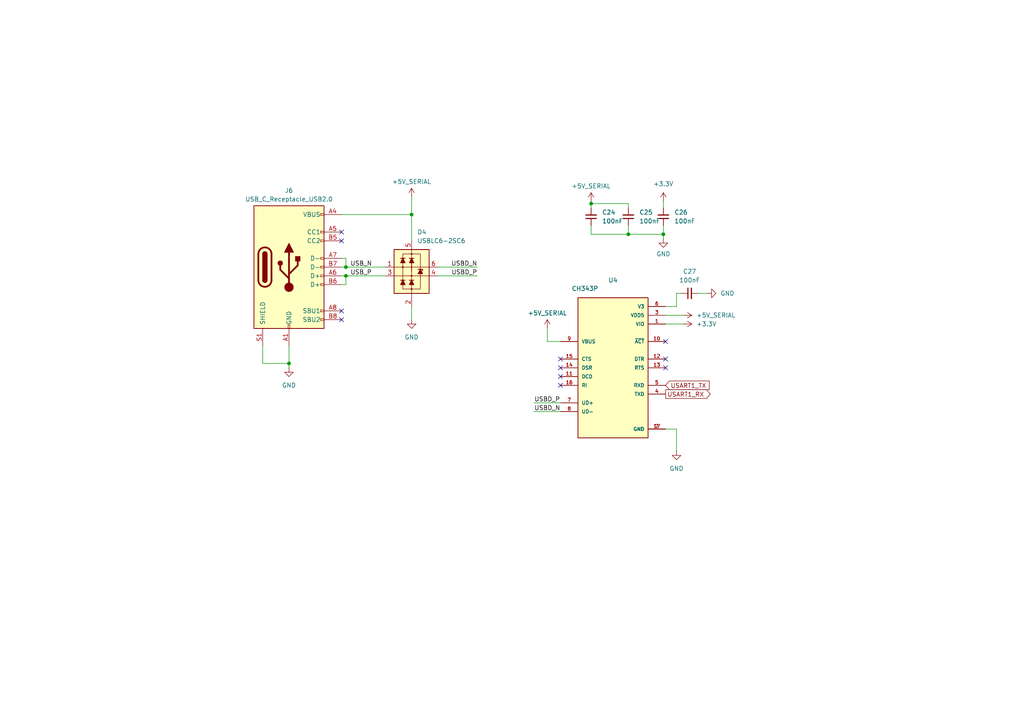
<source format=kicad_sch>
(kicad_sch (version 20250114) (generator "eeschema") (generator_version "9.0")
  (paper "A4")
  (lib_symbols
    (symbol "CH343P:CH343P" (pin_names (offset 1.016))
      (property "Reference" "U" (at -10.16 21.082 0))
      (property "Value" "CH343P" (at -10.16 -22.86 0))
      (symbol "CH343P_0_0"
        (rectangle (start -10.16 -20.32) (end 10.16 20.32) (stroke (width 0.254)) (fill (type background)))
        (pin input line (at -15.24 7.62 0) (length 5.08) (name "VBUS") (number "9"))
        (pin input line (at -15.24 2.54 0) (length 5.08) (name "CTS") (number "15"))
        (pin input line (at -15.24 0 0) (length 5.08) (name "DSR") (number "14"))
        (pin input line (at -15.24 -2.54 0) (length 5.08) (name "DCD") (number "11"))
        (pin input line (at -15.24 -5.08 0) (length 5.08) (name "RI") (number "16"))
        (pin bidirectional line (at -15.24 -10.16 0) (length 5.08) (name "UD+") (number "7"))
        (pin bidirectional line (at -15.24 -12.7 0) (length 5.08) (name "UD-") (number "8"))
        (pin power_in line (at 15.24 17.78 180) (length 5.08) (name "V3") (number "6"))
        (pin power_in line (at 15.24 15.24 180) (length 5.08) (name "VDD5") (number "3"))
        (pin power_in line (at 15.24 12.7 180) (length 5.08) (name "VIO") (number "1"))
        (pin output line (at 15.24 7.62 180) (length 5.08) (name "~{ACT}") (number "10"))
        (pin output line (at 15.24 2.54 180) (length 5.08) (name "DTR") (number "12"))
        (pin output line (at 15.24 0 180) (length 5.08) (name "RTS") (number "13"))
        (pin input line (at 15.24 -5.08 180) (length 5.08) (name "RXD") (number "5"))
        (pin output line (at 15.24 -7.62 180) (length 5.08) (name "TXD") (number "4"))
        (pin power_in line (at 15.24 -17.78 180) (length 5.08) (name "GND") (number "17"))
        (pin power_in line (at 15.24 -17.78 180) (length 5.08) (name "GND") (number "2"))
      )
    )
    (symbol "Connector:USB_C_Receptacle_USB2.0" (pin_names (offset 1.016))
      (property "Reference" "J" (at -10.16 19.05 0))
      (property "Value" "USB_C_Receptacle_USB2.0" (at 19.05 19.05 0))
      (symbol "USB_C_Receptacle_USB2.0_0_0"
        (rectangle (start -0.254 -17.78) (end 0.254 -16.764))
        (rectangle (start 10.16 15.494) (end 9.144 14.986))
        (rectangle (start 10.16 10.414) (end 9.144 9.906))
        (rectangle (start 10.16 7.874) (end 9.144 7.366))
        (rectangle (start 10.16 2.794) (end 9.144 2.286))
        (rectangle (start 10.16 0.254) (end 9.144 -0.254))
        (rectangle (start 10.16 -2.286) (end 9.144 -2.794))
        (rectangle (start 10.16 -4.826) (end 9.144 -5.334))
        (rectangle (start 10.16 -12.446) (end 9.144 -12.954))
        (rectangle (start 10.16 -14.986) (end 9.144 -15.494))
      )
      (symbol "USB_C_Receptacle_USB2.0_0_1"
        (rectangle (start -10.16 17.78) (end 10.16 -17.78) (stroke (width 0.254)) (fill (type background)))
        (polyline (pts (xy -8.89 -3.81) (xy -8.89 3.81)) (stroke (width 0.508)))
        (rectangle (start -7.62 -3.81) (end -6.35 3.81) (stroke (width 0.254)) (fill (type outline)))
        (arc (start -7.62 3.81) (mid -6.985 4.4423) (end -6.35 3.81) (stroke (width 0.254)))
        (arc (start -7.62 3.81) (mid -6.985 4.4423) (end -6.35 3.81) (stroke (width 0.254)) (fill (type outline)))
        (arc (start -8.89 3.81) (mid -6.985 5.7067) (end -5.08 3.81) (stroke (width 0.508)))
        (arc (start -5.08 -3.81) (mid -6.985 -5.7067) (end -8.89 -3.81) (stroke (width 0.508)))
        (arc (start -6.35 -3.81) (mid -6.985 -4.4423) (end -7.62 -3.81) (stroke (width 0.254)))
        (arc (start -6.35 -3.81) (mid -6.985 -4.4423) (end -7.62 -3.81) (stroke (width 0.254)) (fill (type outline)))
        (polyline (pts (xy -5.08 3.81) (xy -5.08 -3.81)) (stroke (width 0.508)))
        (circle (center -2.54 1.143) (radius 0.635) (stroke (width 0.254)) (fill (type outline)))
        (polyline (pts (xy -1.27 4.318) (xy 0 6.858) (xy 1.27 4.318) (xy -1.27 4.318)) (stroke (width 0.254)) (fill (type outline)))
        (polyline (pts (xy 0 -2.032) (xy 2.54 0.508) (xy 2.54 1.778)) (stroke (width 0.508)))
        (polyline (pts (xy 0 -3.302) (xy -2.54 -0.762) (xy -2.54 0.508)) (stroke (width 0.508)))
        (polyline (pts (xy 0 -5.842) (xy 0 4.318)) (stroke (width 0.508)))
        (circle (center 0 -5.842) (radius 1.27) (fill (type outline)))
        (rectangle (start 1.905 1.778) (end 3.175 3.048) (stroke (width 0.254)) (fill (type outline)))
      )
      (symbol "USB_C_Receptacle_USB2.0_1_1"
        (pin passive line (at -7.62 -22.86 90) (length 5.08) (name "SHIELD") (number "S1"))
        (pin passive line (at 0 -22.86 90) (length 5.08) (name "GND") (number "A1"))
        (pin passive line (at 0 -22.86 90) (length 5.08) (hide yes) (name "GND") (number "A12"))
        (pin passive line (at 0 -22.86 90) (length 5.08) (hide yes) (name "GND") (number "B1"))
        (pin passive line (at 0 -22.86 90) (length 5.08) (hide yes) (name "GND") (number "B12"))
        (pin passive line (at 15.24 15.24 180) (length 5.08) (name "VBUS") (number "A4"))
        (pin passive line (at 15.24 15.24 180) (length 5.08) (hide yes) (name "VBUS") (number "A9"))
        (pin passive line (at 15.24 15.24 180) (length 5.08) (hide yes) (name "VBUS") (number "B4"))
        (pin passive line (at 15.24 15.24 180) (length 5.08) (hide yes) (name "VBUS") (number "B9"))
        (pin bidirectional line (at 15.24 10.16 180) (length 5.08) (name "CC1") (number "A5"))
        (pin bidirectional line (at 15.24 7.62 180) (length 5.08) (name "CC2") (number "B5"))
        (pin bidirectional line (at 15.24 2.54 180) (length 5.08) (name "D-") (number "A7"))
        (pin bidirectional line (at 15.24 0 180) (length 5.08) (name "D-") (number "B7"))
        (pin bidirectional line (at 15.24 -2.54 180) (length 5.08) (name "D+") (number "A6"))
        (pin bidirectional line (at 15.24 -5.08 180) (length 5.08) (name "D+") (number "B6"))
        (pin bidirectional line (at 15.24 -12.7 180) (length 5.08) (name "SBU1") (number "A8"))
        (pin bidirectional line (at 15.24 -15.24 180) (length 5.08) (name "SBU2") (number "B8"))
      )
    )
    (symbol "Device:C_Small" (pin_numbers (hide yes)) (pin_names (offset 0.254) (hide yes))
      (property "Reference" "C" (at 0.254 1.778 0))
      (property "Value" "C_Small" (at 0.254 -2.032 0))
      (symbol "C_Small_0_1"
        (polyline (pts (xy -1.524 0.508) (xy 1.524 0.508)) (stroke (width 0.3048)))
        (polyline (pts (xy -1.524 -0.508) (xy 1.524 -0.508)) (stroke (width 0.3302)))
      )
      (symbol "C_Small_1_1"
        (pin passive line (at 0 2.54 270) (length 2.032) (name "~") (number "1"))
        (pin passive line (at 0 -2.54 90) (length 2.032) (name "~") (number "2"))
      )
    )
    (symbol "PCM_Diode_TVS_AKL:USBLC6-2SC6" (pin_names (offset 1.016) (hide yes))
      (property "Reference" "D" (at 6.35 6.35 0))
      (property "Value" "USBLC6-2SC6" (at 6.35 3.81 0))
      (symbol "USBLC6-2SC6_0_1"
        (rectangle (start -5.08 5.08) (end 5.08 -7.62) (stroke (width 0.254)) (fill (type background)))
        (polyline (pts (xy -5.08 0) (xy 5.08 0)))
        (polyline (pts (xy -5.08 -2.54) (xy 5.08 -2.54)))
        (polyline (pts (xy -2.54 2.54) (xy -1.905 1.27) (xy -3.175 1.27) (xy -2.54 2.54)) (stroke (width 0.254)) (fill (type outline)))
        (polyline (pts (xy -2.54 -3.81) (xy -1.905 -5.08) (xy -3.175 -5.08) (xy -2.54 -3.81)) (stroke (width 0.254)) (fill (type outline)))
        (polyline (pts (xy -2.54 -6.35) (xy -2.54 1.27)))
        (polyline (pts (xy -2.54 -6.35) (xy -2.54 -6.35) (xy 2.54 -6.35) (xy 2.54 -3.175)))
        (polyline (pts (xy -1.905 2.54) (xy -3.175 2.54)) (stroke (width 0.254)))
        (polyline (pts (xy -1.905 -3.81) (xy -3.175 -3.81)) (stroke (width 0.254)))
        (polyline (pts (xy 0 5.08) (xy 0 3.81)))
        (polyline (pts (xy 0 2.54) (xy 0 3.81)))
        (polyline (pts (xy 0 2.54) (xy 0.635 1.27) (xy -0.635 1.27) (xy 0 2.54)) (stroke (width 0.254)) (fill (type outline)))
        (polyline (pts (xy 0 1.27) (xy 0 -3.81)))
        (polyline (pts (xy 0 -1.27) (xy 0 1.27)))
        (polyline (pts (xy 0 -3.81) (xy 0.635 -5.08) (xy -0.635 -5.08) (xy 0 -3.81)) (stroke (width 0.254)) (fill (type outline)))
        (polyline (pts (xy 0 -7.62) (xy 0 -6.35)))
        (polyline (pts (xy 0 -8.89) (xy 0 -7.62)))
        (polyline (pts (xy 0.635 2.54) (xy -0.635 2.54)) (stroke (width 0.254)))
        (polyline (pts (xy 0.635 -3.81) (xy -0.635 -3.81)) (stroke (width 0.254)))
        (polyline (pts (xy 2.54 -0.635) (xy 2.54 3.81) (xy -2.54 3.81) (xy -2.54 2.54)))
        (polyline (pts (xy 2.54 -0.635) (xy 3.175 -1.905) (xy 1.905 -1.905) (xy 2.54 -0.635)) (stroke (width 0.254)) (fill (type outline)))
        (polyline (pts (xy 3.175 -0.635) (xy 1.905 -0.635)) (stroke (width 0.254)))
      )
      (symbol "USBLC6-2SC6_1_1"
        (circle (center -2.54 0) (radius 0.1778) (fill (type outline)))
        (circle (center 0 3.81) (radius 0.1778) (fill (type outline)))
        (polyline (pts (xy 0 0) (xy 0 2.54)))
        (circle (center 0 -2.54) (radius 0.1778) (fill (type outline)))
        (polyline (pts (xy 0 -6.35) (xy 0 -3.81)))
        (circle (center 0 -6.35) (radius 0.1778) (fill (type outline)))
        (polyline (pts (xy 2.54 -3.175) (xy 2.54 -0.635)))
        (polyline (pts (xy 3.175 -0.635) (xy 3.175 -1.016)) (stroke (width 0.254)))
        (pin passive line (at -7.62 0 0) (length 2.54) (name "L1") (number "1"))
        (pin passive line (at -7.62 -2.54 0) (length 2.54) (name "L2") (number "3"))
        (pin passive line (at 0 7.62 270) (length 2.54) (name "VP") (number "5"))
        (pin passive line (at 0 -11.43 90) (length 2.54) (name "VN") (number "2"))
        (pin passive line (at 7.62 0 180) (length 2.54) (name "L1") (number "6"))
        (pin passive line (at 7.62 -2.54 180) (length 2.54) (name "L2") (number "4"))
      )
    )
    (symbol "power:+3.3V" (power) (pin_names (offset 0))
      (property "Value" "+3.3V" (at 0 3.556 0))
      (symbol "+3.3V_0_1"
        (polyline (pts (xy -0.762 1.27) (xy 0 2.54)))
        (polyline (pts (xy 0 2.54) (xy 0.762 1.27)))
        (polyline (pts (xy 0 0) (xy 0 2.54)))
      )
      (symbol "+3.3V_1_1"
        (pin power_in line (at 0 0 90) (length 0) (hide yes) (name "+3.3V") (number "1"))
      )
    )
    (symbol "power:+5V" (power) (pin_names (offset 0))
      (property "Value" "+5V" (at 0 3.556 0))
      (symbol "+5V_0_1"
        (polyline (pts (xy -0.762 1.27) (xy 0 2.54)))
        (polyline (pts (xy 0 2.54) (xy 0.762 1.27)))
        (polyline (pts (xy 0 0) (xy 0 2.54)))
      )
      (symbol "+5V_1_1"
        (pin power_in line (at 0 0 90) (length 0) (hide yes) (name "+5V") (number "1"))
      )
    )
    (symbol "power:GND" (power) (pin_names (offset 0))
      (property "Value" "GND" (at 0 -3.81 0))
      (symbol "GND_0_1"
        (polyline (pts (xy 0 0) (xy 0 -1.27) (xy 1.27 -1.27) (xy 0 -2.54) (xy -1.27 -1.27) (xy 0 -1.27)))
      )
      (symbol "GND_1_1"
        (pin power_in line (at 0 0 270) (length 0) (hide yes) (name "GND") (number "1"))
      )
    )
  )
  (junction (at 119.38 62.23))
  (junction (at 100.33 77.47))
  (junction (at 192.405 67.945))
  (junction (at 100.33 80.01))
  (junction (at 182.245 67.945))
  (junction (at 83.82 105.41))
  (junction (at 171.45 59.055))
  (no_connect (at 162.56 109.22))
  (no_connect (at 99.06 92.71))
  (no_connect (at 193.04 104.14))
  (no_connect (at 99.06 69.85))
  (no_connect (at 99.06 67.31))
  (no_connect (at 162.56 111.76))
  (no_connect (at 162.56 106.68))
  (no_connect (at 193.04 99.06))
  (no_connect (at 162.56 104.14))
  (no_connect (at 99.06 90.17))
  (no_connect (at 193.04 106.68))
  (wire (pts (xy 154.94 119.38) (xy 162.56 119.38)))
  (wire (pts (xy 138.43 80.01) (xy 127 80.01)))
  (wire (pts (xy 119.38 92.71) (xy 119.38 88.9)))
  (wire (pts (xy 76.2 105.41) (xy 76.2 100.33)))
  (wire (pts (xy 171.45 67.945) (xy 182.245 67.945)))
  (wire (pts (xy 197.485 85.09) (xy 196.215 85.09)))
  (wire (pts (xy 192.405 67.945) (xy 192.405 69.215)))
  (wire (pts (xy 99.06 80.01) (xy 100.33 80.01)))
  (wire (pts (xy 119.38 62.23) (xy 119.38 69.85)))
  (wire (pts (xy 196.215 130.81) (xy 196.215 124.46)))
  (wire (pts (xy 196.215 88.9) (xy 193.04 88.9)))
  (wire (pts (xy 171.45 65.405) (xy 171.45 67.945)))
  (wire (pts (xy 192.405 58.42) (xy 192.405 60.325)))
  (wire (pts (xy 182.245 59.055) (xy 171.45 59.055)))
  (wire (pts (xy 99.06 77.47) (xy 100.33 77.47)))
  (wire (pts (xy 182.245 67.945) (xy 192.405 67.945)))
  (wire (pts (xy 182.245 65.405) (xy 182.245 67.945)))
  (wire (pts (xy 202.565 85.09) (xy 205.105 85.09)))
  (wire (pts (xy 100.33 80.01) (xy 100.33 82.55)))
  (wire (pts (xy 196.215 85.09) (xy 196.215 88.9)))
  (wire (pts (xy 100.33 82.55) (xy 99.06 82.55)))
  (wire (pts (xy 192.405 67.945) (xy 192.405 65.405)))
  (wire (pts (xy 171.45 58.42) (xy 171.45 59.055)))
  (wire (pts (xy 119.38 57.15) (xy 119.38 62.23)))
  (wire (pts (xy 158.75 95.25) (xy 158.75 99.06)))
  (wire (pts (xy 154.94 116.84) (xy 162.56 116.84)))
  (wire (pts (xy 83.82 105.41) (xy 76.2 105.41)))
  (wire (pts (xy 171.45 59.055) (xy 171.45 60.325)))
  (wire (pts (xy 83.82 100.33) (xy 83.82 105.41)))
  (wire (pts (xy 138.43 77.47) (xy 127 77.47)))
  (wire (pts (xy 100.33 77.47) (xy 100.33 74.93)))
  (wire (pts (xy 99.06 62.23) (xy 119.38 62.23)))
  (wire (pts (xy 193.04 93.98) (xy 198.12 93.98)))
  (wire (pts (xy 99.06 74.93) (xy 100.33 74.93)))
  (wire (pts (xy 83.82 105.41) (xy 83.82 106.68)))
  (wire (pts (xy 193.04 91.44) (xy 198.12 91.44)))
  (wire (pts (xy 196.215 124.46) (xy 193.04 124.46)))
  (wire (pts (xy 158.75 99.06) (xy 162.56 99.06)))
  (wire (pts (xy 100.33 80.01) (xy 111.76 80.01)))
  (wire (pts (xy 182.245 60.325) (xy 182.245 59.055)))
  (wire (pts (xy 100.33 77.47) (xy 111.76 77.47)))
  (label "USBD_P" (at 138.43 80.01 180))
  (label "USBD_P" (at 154.94 116.84 0))
  (label "USB_P" (at 101.6 80.01 0))
  (label "USB_N" (at 101.6 77.47 0))
  (label "USBD_N" (at 154.94 119.38 0))
  (label "USBD_N" (at 138.43 77.47 180))
  (global_label "USART1_TX" (shape input) (at 193.04 111.76 0) (property "Intersheetrefs" "${INTERSHEET_REFS}" (effects (hide yes))))
  (global_label "USART1_RX" (shape output) (at 193.04 114.3 0) (property "Intersheetrefs" "${INTERSHEET_REFS}" (effects (hide yes))))
  (symbol (lib_id "power:+5V") (at 171.45 58.42 0) (unit 1)
    (property "Reference" "#PWR047" (effects (hide yes)))
    (property "Value" "+5V_SERIAL" (at 171.45 53.975 0))
  )
  (symbol (lib_id "power:GND") (at 196.215 130.81 0) (unit 1)
    (property "Reference" "#PWR050" (effects (hide yes)))
    (property "Value" "GND" (at 196.215 135.89 0))
  )
  (symbol (lib_id "power:GND") (at 119.38 92.71 0) (unit 1)
    (property "Reference" "#PWR040" (effects (hide yes)))
    (property "Value" "GND" (at 119.38 97.79 0))
  )
  (symbol (lib_id "Device:C_Small") (at 182.245 62.865 180) (unit 1)
    (property "Reference" "C25" (at 185.42 61.5886 0) (effects (justify right)))
    (property "Value" "100nF" (at 185.42 64.1286 0) (effects (justify right)))
    (property "Footprint" "Capacitor_SMD:C_0603_1608Metric" (effects (hide yes)))
  )
  (symbol (lib_id "power:+3.3V") (at 198.12 93.98 270) (unit 1)
    (property "Reference" "#PWR055" (effects (hide yes)))
    (property "Value" "+3.3V" (at 201.93 93.98 90) (effects (justify left)))
  )
  (symbol (lib_id "PCM_Diode_TVS_AKL:USBLC6-2SC6") (at 119.38 77.47 0) (unit 1)
    (property "Reference" "D4" (at 121.0311 67.31 0) (effects (justify left)))
    (property "Value" "USBLC6-2SC6" (at 121.0311 69.85 0) (effects (justify left)))
    (property "Footprint" "PCM_Package_TO_SOT_SMD_AKL:SOT-23-6" (effects (hide yes)))
    (property "Datasheet" "https://www.tme.eu/Document/db59d28d28a96c34f26d05f234ff409c/USBLC6-2.pdf" (effects (hide yes)))
    (property "Description" "SOT-23-6 TVS Diode Array, 2 protected lines, positive connection, 5.25V, Alternate KiCAD Library" (effects (hide yes)))
  )
  (symbol (lib_id "power:+5V") (at 198.12 91.44 270) (unit 1)
    (property "Reference" "#PWR054" (effects (hide yes)))
    (property "Value" "+5V_SERIAL" (at 201.93 91.4399 90) (effects (justify left)))
  )
  (symbol (lib_id "Device:C_Small") (at 171.45 62.865 180) (unit 1)
    (property "Reference" "C24" (at 174.625 61.5886 0) (effects (justify right)))
    (property "Value" "100nF" (at 174.625 64.1286 0) (effects (justify right)))
    (property "Footprint" "Capacitor_SMD:C_0603_1608Metric" (effects (hide yes)))
  )
  (symbol (lib_id "Connector:USB_C_Receptacle_USB2.0") (at 83.82 77.47 0) (unit 1)
    (property "Reference" "J6" (at 83.82 55.245 0))
    (property "Value" "USB_C_Receptacle_USB2.0" (at 83.82 57.785 0))
    (property "Footprint" "Connector_USB:USB_C_Receptacle_G-Switch_GT-USB-7010ASV" (effects (hide yes)))
    (property "Datasheet" "https://www.usb.org/sites/default/files/documents/usb_type-c.zip" (effects (hide yes)))
  )
  (symbol (lib_id "power:+5V") (at 119.38 57.15 0) (unit 1)
    (property "Reference" "#PWR029" (effects (hide yes)))
    (property "Value" "+5V_SERIAL" (at 119.38 52.705 0))
  )
  (symbol (lib_id "Device:C_Small") (at 200.025 85.09 90) (unit 1)
    (property "Reference" "C27" (at 200.0313 78.74 90))
    (property "Value" "100nF" (at 200.0313 81.28 90))
    (property "Footprint" "Capacitor_SMD:C_0603_1608Metric" (effects (hide yes)))
  )
  (symbol (lib_id "Device:C_Small") (at 192.405 62.865 180) (unit 1)
    (property "Reference" "C26" (at 195.58 61.5886 0) (effects (justify right)))
    (property "Value" "100nF" (at 195.58 64.1286 0) (effects (justify right)))
    (property "Footprint" "Capacitor_SMD:C_0603_1608Metric" (effects (hide yes)))
  )
  (symbol (lib_id "power:GND") (at 83.82 106.68 0) (unit 1)
    (property "Reference" "#PWR028" (effects (hide yes)))
    (property "Value" "GND" (at 83.82 111.76 0))
  )
  (symbol (lib_id "power:+5V") (at 158.75 95.25 0) (unit 1)
    (property "Reference" "#PWR041" (effects (hide yes)))
    (property "Value" "+5V_SERIAL" (at 158.75 90.805 0))
  )
  (symbol (lib_id "CH343P:CH343P") (at 177.8 106.68 0) (unit 1)
    (property "Reference" "U4" (at 177.8 81.28 0))
    (property "Value" "CH343P" (at 169.672 83.693 0))
    (property "Footprint" "CH343P:QFN50P300X300X80-17N" (effects (hide yes)))
    (property "Description" "\nUSB to High-Speed Serial Chip CH343\n" (effects (hide yes)))
    (property "MF" "WCH" (effects (hide yes)))
    (property "MAXIMUM_PACKAGE_HEIGHT" "0.8mm" (effects (hide yes)))
    (property "Package" "Package" (effects (hide yes)))
    (property "Price" "None" (effects (hide yes)))
    (property "Check_prices" "https://www.snapeda.com/parts/CH343P/WCH/view-part/?ref=eda" (effects (hide yes)))
    (property "STANDARD" "IPC-7351B" (effects (hide yes)))
    (property "PARTREV" "1E" (effects (hide yes)))
    (property "SnapEDA_Link" "https://www.snapeda.com/parts/CH343P/WCH/view-part/?ref=snap" (effects (hide yes)))
    (property "MP" "CH343P" (effects (hide yes)))
    (property "MANUFACTURER" "WCH" (effects (hide yes)))
    (property "Availability" "Not in stock" (effects (hide yes)))
    (property "SNAPEDA_PN" "CH343P" (effects (hide yes)))
  )
  (symbol (lib_id "power:+3.3V") (at 192.405 58.42 0) (unit 1)
    (property "Reference" "#PWR048" (effects (hide yes)))
    (property "Value" "+3.3V" (at 192.405 53.34 0))
  )
  (symbol (lib_id "power:GND") (at 192.405 69.215 0) (unit 1)
    (property "Reference" "#PWR049" (effects (hide yes)))
    (property "Value" "GND" (at 192.405 73.66 0))
  )
  (symbol (lib_id "power:GND") (at 205.105 85.09 90) (unit 1)
    (property "Reference" "#PWR062" (effects (hide yes)))
    (property "Value" "GND" (at 208.915 85.09 90) (effects (justify right)))
  )
)
</source>
